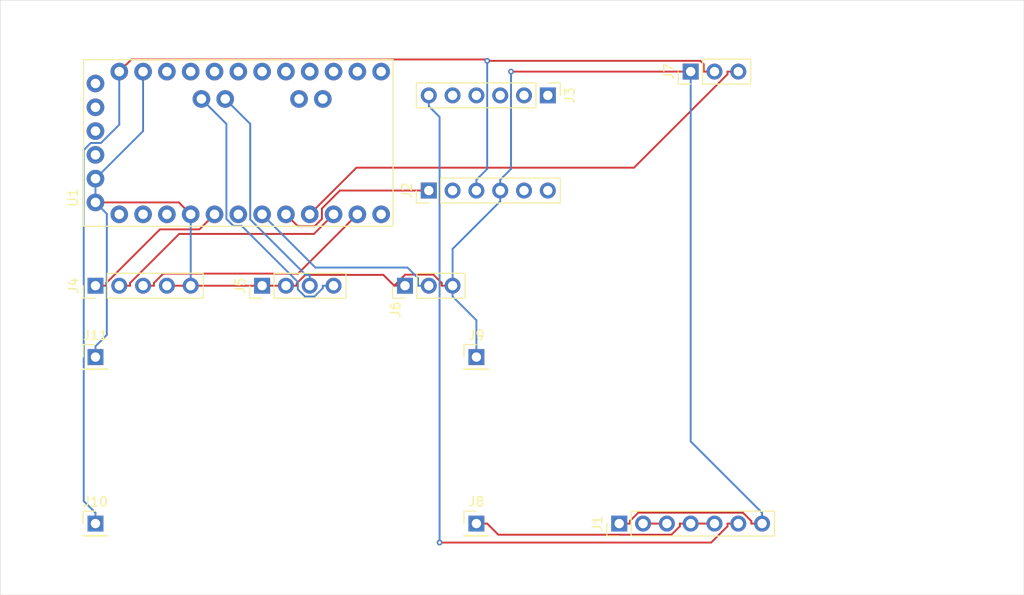
<source format=kicad_pcb>
(kicad_pcb (version 20240108) (generator "pcbnew") (generator_version "8.0")
  (layers (0 "F.Cu" signal) (31 "B.Cu" signal) (34 "B.Paste" user) (35 "F.Paste" user) (36 "B.SilkS" user "B.Silkscreen") (37 "F.SilkS" user "F.Silkscreen") (38 "B.Mask" user) (39 "F.Mask" user) (44 "Edge.Cuts" user))
  (net 0 "")
  (net 1 "Net-(J1-Pin_4)")
  (net 2 "Net-(J1-Pin_6)")
  (net 3 "Net-(J1-Pin_1)")
  (net 4 "Net-(J1-Pin_2)")
  (net 7 "Net-(J10-Pin_1)")
  (net 8 "Net-(J2-Pin_1)")
  (net 15 "Net-(J4-Pin_1)")
  (net 16 "Net-(J4-Pin_3)")
  (net 17 "Net-(J4-Pin_2)")
  (net 18 "Net-(J5-Pin_4)")
  (net 19 "Net-(J5-Pin_3)")
  (net 20 "Net-(J6-Pin_2)")
  (net 21 "Net-(J7-Pin_3)")
  (footprint "Connector_PinHeader_2.54mm:PinHeader_1x01_P2.54mm_Vertical" (layer "F.Cu") (at 76.2 58.42)
    (property "Reference" "J9" (at 0 -2.33 0) (layer "F.SilkS"))
    (property "Value" "DC-DC IN-")
    (fp_line (start -1.33 -1.33) (end 0 -1.33) (stroke (width 0.12)) (layer "F.SilkS"))
    (fp_line (start -1.33 0) (end -1.33 -1.33) (stroke (width 0.12)) (layer "F.SilkS"))
    (fp_line (start -1.33 1.27) (end -1.33 1.33) (stroke (width 0.12)) (layer "F.SilkS"))
    (fp_line (start -1.33 1.27) (end 1.33 1.27) (stroke (width 0.12)) (layer "F.SilkS"))
    (fp_line (start -1.33 1.33) (end 1.33 1.33) (stroke (width 0.12)) (layer "F.SilkS"))
    (fp_line (start 1.33 1.27) (end 1.33 1.33) (stroke (width 0.12)) (layer "F.SilkS"))
    (pad "1" thru_hole rect (at 0 0) (size 1.7 1.7) (drill 1) (layers "*.Cu" "*.Mask") (net 3 "Net-(J1-Pin_1)"))
  )
  (footprint "ARDUINO_PRO_MINI:MODULE_ARDUINO_PRO_MINI" (layer "F.Cu") (at 50.8 35.56 90)
    (property "Reference" "U1" (at -5.825 -17.635 90) (layer "F.SilkS"))
    (property "Value" "ARDUINO_PRO_MINI")
    (fp_line (start 8.89 -16.51) (end -8.89 -16.51) (stroke (width 0.127)) (layer "F.SilkS"))
    (fp_line (start -8.89 -16.51) (end -8.89 16.51) (stroke (width 0.127)) (layer "F.SilkS"))
    (fp_line (start 8.89 16.51) (end 8.89 -16.51) (stroke (width 0.127)) (layer "F.SilkS"))
    (fp_line (start -8.89 16.51) (end 8.89 16.51) (stroke (width 0.127)) (layer "F.SilkS"))
    (pad "JP1_1" thru_hole circle (at 6.35 -15.24 90) (size 1.8796 1.8796) (drill 1.016) (layers "*.Cu" "*.Mask"))
    (pad "JP1_2" thru_hole circle (at 3.81 -15.24 90) (size 1.8796 1.8796) (drill 1.016) (layers "*.Cu" "*.Mask"))
    (pad "JP1_3" thru_hole circle (at 1.27 -15.24 90) (size 1.8796 1.8796) (drill 1.016) (layers "*.Cu" "*.Mask"))
    (pad "JP1_4" thru_hole circle (at -1.27 -15.24 90) (size 1.8796 1.8796) (drill 1.016) (layers "*.Cu" "*.Mask"))
    (pad "JP1_5" thru_hole circle (at -3.81 -15.24 90) (size 1.8796 1.8796) (drill 1.016) (layers "*.Cu" "*.Mask") (net 3 "Net-(J1-Pin_1)"))
    (pad "JP1_6" thru_hole circle (at -6.35 -15.24 90) (size 1.8796 1.8796) (drill 1.016) (layers "*.Cu" "*.Mask") (net 3 "Net-(J1-Pin_1)"))
    (pad "JP2_1" thru_hole circle (at 4.699 -1.397 90) (size 1.8796 1.8796) (drill 1.016) (layers "*.Cu" "*.Mask") (net 19 "Net-(J5-Pin_3)"))
    (pad "JP2_2" thru_hole circle (at 4.699 -3.937 90) (size 1.8796 1.8796) (drill 1.016) (layers "*.Cu" "*.Mask") (net 18 "Net-(J5-Pin_4)"))
    (pad "JP3_1" thru_hole circle (at 4.699 9.017 90) (size 1.8796 1.8796) (drill 1.016) (layers "*.Cu" "*.Mask"))
    (pad "JP3_2" thru_hole circle (at 4.699 6.477 90) (size 1.8796 1.8796) (drill 1.016) (layers "*.Cu" "*.Mask"))
    (pad "JP6_1" thru_hole circle (at 7.62 -12.7 90) (size 1.8796 1.8796) (drill 1.016) (layers "*.Cu" "*.Mask") (net 7 "Net-(J10-Pin_1)"))
    (pad "JP6_2" thru_hole circle (at 7.62 -10.16 90) (size 1.8796 1.8796) (drill 1.016) (layers "*.Cu" "*.Mask") (net 3 "Net-(J1-Pin_1)"))
    (pad "JP6_3" thru_hole circle (at 7.62 -7.62 90) (size 1.8796 1.8796) (drill 1.016) (layers "*.Cu" "*.Mask"))
    (pad "JP6_4" thru_hole circle (at 7.62 -5.08 90) (size 1.8796 1.8796) (drill 1.016) (layers "*.Cu" "*.Mask"))
    (pad "JP6_5" thru_hole circle (at 7.62 -2.54 90) (size 1.8796 1.8796) (drill 1.016) (layers "*.Cu" "*.Mask"))
    (pad "JP6_6" thru_hole circle (at 7.62 0 90) (size 1.8796 1.8796) (drill 1.016) (layers "*.Cu" "*.Mask"))
    (pad "JP6_7" thru_hole circle (at 7.62 2.54 90) (size 1.8796 1.8796) (drill 1.016) (layers "*.Cu" "*.Mask"))
    (pad "JP6_8" thru_hole circle (at 7.62 5.08 90) (size 1.8796 1.8796) (drill 1.016) (layers "*.Cu" "*.Mask"))
    (pad "JP6_9" thru_hole circle (at 7.62 7.62 90) (size 1.8796 1.8796) (drill 1.016) (layers "*.Cu" "*.Mask"))
    (pad "JP6_10" thru_hole circle (at 7.62 10.16 90) (size 1.8796 1.8796) (drill 1.016) (layers "*.Cu" "*.Mask"))
    (pad "JP6_11" thru_hole circle (at 7.62 12.7 90) (size 1.8796 1.8796) (drill 1.016) (layers "*.Cu" "*.Mask"))
    (pad "JP6_12" thru_hole circle (at 7.62 15.24 90) (size 1.8796 1.8796) (drill 1.016) (layers "*.Cu" "*.Mask"))
    (pad "JP7_1" thru_hole circle (at -7.62 15.24 90) (size 1.8796 1.8796) (drill 1.016) (layers "*.Cu" "*.Mask"))
    (pad "JP7_2" thru_hole circle (at -7.62 12.7 90) (size 1.8796 1.8796) (drill 1.016) (layers "*.Cu" "*.Mask") (net 16 "Net-(J4-Pin_3)"))
    (pad "JP7_3" thru_hole circle (at -7.62 10.16 90) (size 1.8796 1.8796) (drill 1.016) (layers "*.Cu" "*.Mask") (net 17 "Net-(J4-Pin_2)"))
    (pad "JP7_4" thru_hole circle (at -7.62 7.62 90) (size 1.8796 1.8796) (drill 1.016) (layers "*.Cu" "*.Mask") (net 21 "Net-(J7-Pin_3)"))
    (pad "JP7_5" thru_hole circle (at -7.62 5.08 90) (size 1.8796 1.8796) (drill 1.016) (layers "*.Cu" "*.Mask") (net 8 "Net-(J2-Pin_1)"))
    (pad "JP7_6" thru_hole circle (at -7.62 2.54 90) (size 1.8796 1.8796) (drill 1.016) (layers "*.Cu" "*.Mask") (net 20 "Net-(J6-Pin_2)"))
    (pad "JP7_7" thru_hole circle (at -7.62 0 90) (size 1.8796 1.8796) (drill 1.016) (layers "*.Cu" "*.Mask"))
    (pad "JP7_8" thru_hole circle (at -7.62 -2.54 90) (size 1.8796 1.8796) (drill 1.016) (layers "*.Cu" "*.Mask") (net 15 "Net-(J4-Pin_1)"))
    (pad "JP7_9" thru_hole circle (at -7.62 -5.08 90) (size 1.8796 1.8796) (drill 1.016) (layers "*.Cu" "*.Mask") (net 3 "Net-(J1-Pin_1)"))
    (pad "JP7_10" thru_hole circle (at -7.62 -7.62 90) (size 1.8796 1.8796) (drill 1.016) (layers "*.Cu" "*.Mask"))
    (pad "JP7_11" thru_hole circle (at -7.62 -10.16 90) (size 1.8796 1.8796) (drill 1.016) (layers "*.Cu" "*.Mask"))
    (pad "JP7_12" thru_hole circle (at -7.62 -12.7 90) (size 1.8796 1.8796) (drill 1.016) (layers "*.Cu" "*.Mask"))
  )
  (footprint "Connector_PinHeader_2.54mm:PinHeader_1x06_P2.54mm_Vertical" (layer "F.Cu") (at 83.82 30.48 -90)
    (property "Reference" "J3" (at 0 -2.33 90) (layer "F.SilkS"))
    (property "Value" "TTL")
    (fp_line (start -1.33 14.03) (end 1.33 14.03) (stroke (width 0.12)) (layer "F.SilkS"))
    (fp_line (start -1.33 1.27) (end -1.33 14.03) (stroke (width 0.12)) (layer "F.SilkS"))
    (fp_line (start -1.33 1.27) (end 1.33 1.27) (stroke (width 0.12)) (layer "F.SilkS"))
    (fp_line (start 1.33 1.27) (end 1.33 14.03) (stroke (width 0.12)) (layer "F.SilkS"))
    (fp_line (start -1.33 0) (end -1.33 -1.33) (stroke (width 0.12)) (layer "F.SilkS"))
    (fp_line (start -1.33 -1.33) (end 0 -1.33) (stroke (width 0.12)) (layer "F.SilkS"))
    (pad "1" thru_hole rect (at 0 0 270) (size 1.7 1.7) (drill 1) (layers "*.Cu" "*.Mask"))
    (pad "2" thru_hole oval (at 0 2.54 270) (size 1.7 1.7) (drill 1) (layers "*.Cu" "*.Mask"))
    (pad "3" thru_hole oval (at 0 5.08 270) (size 1.7 1.7) (drill 1) (layers "*.Cu" "*.Mask"))
    (pad "4" thru_hole oval (at 0 7.62 270) (size 1.7 1.7) (drill 1) (layers "*.Cu" "*.Mask"))
    (pad "5" thru_hole oval (at 0 10.16 270) (size 1.7 1.7) (drill 1) (layers "*.Cu" "*.Mask"))
    (pad "6" thru_hole oval (at 0 12.7 270) (size 1.7 1.7) (drill 1) (layers "*.Cu" "*.Mask") (net 2 "Net-(J1-Pin_6)"))
  )
  (footprint "Connector_PinHeader_2.54mm:PinHeader_1x05_P2.54mm_Vertical" (layer "F.Cu") (at 35.56 50.8 90)
    (property "Reference" "J4" (at 0 -2.33 90) (layer "F.SilkS"))
    (property "Value" "Encoder")
    (fp_line (start -1.33 -1.33) (end 0 -1.33) (stroke (width 0.12)) (layer "F.SilkS"))
    (fp_line (start -1.33 0) (end -1.33 -1.33) (stroke (width 0.12)) (layer "F.SilkS"))
    (fp_line (start 1.33 1.27) (end 1.33 11.49) (stroke (width 0.12)) (layer "F.SilkS"))
    (fp_line (start -1.33 1.27) (end 1.33 1.27) (stroke (width 0.12)) (layer "F.SilkS"))
    (fp_line (start -1.33 1.27) (end -1.33 11.49) (stroke (width 0.12)) (layer "F.SilkS"))
    (fp_line (start -1.33 11.49) (end 1.33 11.49) (stroke (width 0.12)) (layer "F.SilkS"))
    (pad "1" thru_hole rect (at 0 0 90) (size 1.7 1.7) (drill 1) (layers "*.Cu" "*.Mask") (net 15 "Net-(J4-Pin_1)"))
    (pad "2" thru_hole oval (at 0 2.54 90) (size 1.7 1.7) (drill 1) (layers "*.Cu" "*.Mask") (net 17 "Net-(J4-Pin_2)"))
    (pad "3" thru_hole oval (at 0 5.08 90) (size 1.7 1.7) (drill 1) (layers "*.Cu" "*.Mask") (net 16 "Net-(J4-Pin_3)"))
    (pad "4" thru_hole oval (at 0 7.62 90) (size 1.7 1.7) (drill 1) (layers "*.Cu" "*.Mask") (net 3 "Net-(J1-Pin_1)"))
    (pad "5" thru_hole oval (at 0 10.16 90) (size 1.7 1.7) (drill 1) (layers "*.Cu" "*.Mask") (net 3 "Net-(J1-Pin_1)"))
  )
  (footprint "Connector_PinHeader_2.54mm:PinHeader_1x03_P2.54mm_Vertical" (layer "F.Cu") (at 68.58 50.8 90)
    (property "Reference" "J6" (at -2.54 -1 90) (layer "F.SilkS"))
    (property "Value" "DHT11")
    (fp_line (start -1.33 -1.33) (end 0 -1.33) (stroke (width 0.12)) (layer "F.SilkS"))
    (fp_line (start -1.33 0) (end -1.33 -1.33) (stroke (width 0.12)) (layer "F.SilkS"))
    (fp_line (start 1.33 1.27) (end 1.33 6.41) (stroke (width 0.12)) (layer "F.SilkS"))
    (fp_line (start -1.33 1.27) (end 1.33 1.27) (stroke (width 0.12)) (layer "F.SilkS"))
    (fp_line (start -1.33 1.27) (end -1.33 6.41) (stroke (width 0.12)) (layer "F.SilkS"))
    (fp_line (start -1.33 6.41) (end 1.33 6.41) (stroke (width 0.12)) (layer "F.SilkS"))
    (pad "1" thru_hole rect (at 0 0 90) (size 1.7 1.7) (drill 1) (layers "*.Cu" "*.Mask") (net 3 "Net-(J1-Pin_1)"))
    (pad "2" thru_hole oval (at 0 2.54 90) (size 1.7 1.7) (drill 1) (layers "*.Cu" "*.Mask") (net 20 "Net-(J6-Pin_2)"))
    (pad "3" thru_hole oval (at 0 5.08 90) (size 1.7 1.7) (drill 1) (layers "*.Cu" "*.Mask") (net 3 "Net-(J1-Pin_1)"))
  )
  (footprint "Connector_PinHeader_2.54mm:PinHeader_1x04_P2.54mm_Vertical" (layer "F.Cu") (at 53.34 50.8 90)
    (property "Reference" "J5" (at 0 -2.33 90) (layer "F.SilkS"))
    (property "Value" "Display")
    (fp_line (start -1.33 -1.33) (end 0 -1.33) (stroke (width 0.12)) (layer "F.SilkS"))
    (fp_line (start -1.33 0) (end -1.33 -1.33) (stroke (width 0.12)) (layer "F.SilkS"))
    (fp_line (start 1.33 1.27) (end 1.33 8.95) (stroke (width 0.12)) (layer "F.SilkS"))
    (fp_line (start -1.33 1.27) (end 1.33 1.27) (stroke (width 0.12)) (layer "F.SilkS"))
    (fp_line (start -1.33 1.27) (end -1.33 8.95) (stroke (width 0.12)) (layer "F.SilkS"))
    (fp_line (start -1.33 8.95) (end 1.33 8.95) (stroke (width 0.12)) (layer "F.SilkS"))
    (pad "1" thru_hole rect (at 0 0 90) (size 1.7 1.7) (drill 1) (layers "*.Cu" "*.Mask") (net 3 "Net-(J1-Pin_1)"))
    (pad "2" thru_hole oval (at 0 2.54 90) (size 1.7 1.7) (drill 1) (layers "*.Cu" "*.Mask") (net 3 "Net-(J1-Pin_1)"))
    (pad "3" thru_hole oval (at 0 5.08 90) (size 1.7 1.7) (drill 1) (layers "*.Cu" "*.Mask") (net 19 "Net-(J5-Pin_3)"))
    (pad "4" thru_hole oval (at 0 7.62 90) (size 1.7 1.7) (drill 1) (layers "*.Cu" "*.Mask") (net 18 "Net-(J5-Pin_4)"))
  )
  (footprint "Connector_PinHeader_2.54mm:PinHeader_1x01_P2.54mm_Vertical" (layer "F.Cu") (at 35.56 58.42)
    (property "Reference" "J11" (at 0 -2.33 0) (layer "F.SilkS"))
    (property "Value" "DC-DC OUT-")
    (fp_line (start -1.33 -1.33) (end 0 -1.33) (stroke (width 0.12)) (layer "F.SilkS"))
    (fp_line (start -1.33 0) (end -1.33 -1.33) (stroke (width 0.12)) (layer "F.SilkS"))
    (fp_line (start -1.33 1.27) (end -1.33 1.33) (stroke (width 0.12)) (layer "F.SilkS"))
    (fp_line (start -1.33 1.27) (end 1.33 1.27) (stroke (width 0.12)) (layer "F.SilkS"))
    (fp_line (start -1.33 1.33) (end 1.33 1.33) (stroke (width 0.12)) (layer "F.SilkS"))
    (fp_line (start 1.33 1.27) (end 1.33 1.33) (stroke (width 0.12)) (layer "F.SilkS"))
    (pad "1" thru_hole rect (at 0 0) (size 1.7 1.7) (drill 1) (layers "*.Cu" "*.Mask") (net 3 "Net-(J1-Pin_1)"))
  )
  (footprint "Connector_PinHeader_2.54mm:PinHeader_1x07_P2.54mm_Vertical" (layer "F.Cu") (at 91.44 76.2 90)
    (property "Reference" "J1" (at 0 -2.33 90) (layer "F.SilkS"))
    (property "Value" "Anschluss")
    (fp_line (start -1.33 -1.33) (end 0 -1.33) (stroke (width 0.12)) (layer "F.SilkS"))
    (fp_line (start -1.33 0) (end -1.33 -1.33) (stroke (width 0.12)) (layer "F.SilkS"))
    (fp_line (start 1.33 1.27) (end 1.33 16.57) (stroke (width 0.12)) (layer "F.SilkS"))
    (fp_line (start -1.33 1.27) (end 1.33 1.27) (stroke (width 0.12)) (layer "F.SilkS"))
    (fp_line (start -1.33 1.27) (end -1.33 16.57) (stroke (width 0.12)) (layer "F.SilkS"))
    (fp_line (start -1.33 16.57) (end 1.33 16.57) (stroke (width 0.12)) (layer "F.SilkS"))
    (pad "1" thru_hole rect (at 0 0 90) (size 1.7 1.7) (drill 1) (layers "*.Cu" "*.Mask") (net 3 "Net-(J1-Pin_1)"))
    (pad "2" thru_hole oval (at 0 2.54 90) (size 1.7 1.7) (drill 1) (layers "*.Cu" "*.Mask") (net 4 "Net-(J1-Pin_2)"))
    (pad "3" thru_hole oval (at 0 5.08 90) (size 1.7 1.7) (drill 1) (layers "*.Cu" "*.Mask") (net 4 "Net-(J1-Pin_2)"))
    (pad "4" thru_hole oval (at 0 7.62 90) (size 1.7 1.7) (drill 1) (layers "*.Cu" "*.Mask") (net 1 "Net-(J1-Pin_4)"))
    (pad "5" thru_hole oval (at 0 10.16 90) (size 1.7 1.7) (drill 1) (layers "*.Cu" "*.Mask") (net 1 "Net-(J1-Pin_4)"))
    (pad "6" thru_hole oval (at 0 12.7 90) (size 1.7 1.7) (drill 1) (layers "*.Cu" "*.Mask") (net 2 "Net-(J1-Pin_6)"))
    (pad "7" thru_hole oval (at 0 15.24 90) (size 1.7 1.7) (drill 1) (layers "*.Cu" "*.Mask") (net 3 "Net-(J1-Pin_1)"))
  )
  (footprint "Connector_PinHeader_2.54mm:PinHeader_1x06_P2.54mm_Vertical" (layer "F.Cu") (at 71.12 40.64 90)
    (property "Reference" "J2" (at 0 -2.33 90) (layer "F.SilkS"))
    (property "Value" "TTL")
    (fp_line (start -1.33 -1.33) (end 0 -1.33) (stroke (width 0.12)) (layer "F.SilkS"))
    (fp_line (start -1.33 0) (end -1.33 -1.33) (stroke (width 0.12)) (layer "F.SilkS"))
    (fp_line (start 1.33 1.27) (end 1.33 14.03) (stroke (width 0.12)) (layer "F.SilkS"))
    (fp_line (start -1.33 1.27) (end 1.33 1.27) (stroke (width 0.12)) (layer "F.SilkS"))
    (fp_line (start -1.33 1.27) (end -1.33 14.03) (stroke (width 0.12)) (layer "F.SilkS"))
    (fp_line (start -1.33 14.03) (end 1.33 14.03) (stroke (width 0.12)) (layer "F.SilkS"))
    (pad "1" thru_hole rect (at 0 0 90) (size 1.7 1.7) (drill 1) (layers "*.Cu" "*.Mask") (net 8 "Net-(J2-Pin_1)"))
    (pad "2" thru_hole oval (at 0 2.54 90) (size 1.7 1.7) (drill 1) (layers "*.Cu" "*.Mask"))
    (pad "3" thru_hole oval (at 0 5.08 90) (size 1.7 1.7) (drill 1) (layers "*.Cu" "*.Mask") (net 7 "Net-(J10-Pin_1)"))
    (pad "4" thru_hole oval (at 0 7.62 90) (size 1.7 1.7) (drill 1) (layers "*.Cu" "*.Mask") (net 3 "Net-(J1-Pin_1)"))
    (pad "5" thru_hole oval (at 0 10.16 90) (size 1.7 1.7) (drill 1) (layers "*.Cu" "*.Mask"))
    (pad "6" thru_hole oval (at 0 12.7 90) (size 1.7 1.7) (drill 1) (layers "*.Cu" "*.Mask"))
  )
  (footprint "Connector_PinHeader_2.54mm:PinHeader_1x01_P2.54mm_Vertical" (layer "F.Cu") (at 35.56 76.2)
    (property "Reference" "J10" (at 0 -2.33 0) (layer "F.SilkS"))
    (property "Value" "DC-DC OUT+")
    (fp_line (start -1.33 -1.33) (end 0 -1.33) (stroke (width 0.12)) (layer "F.SilkS"))
    (fp_line (start -1.33 0) (end -1.33 -1.33) (stroke (width 0.12)) (layer "F.SilkS"))
    (fp_line (start -1.33 1.27) (end -1.33 1.33) (stroke (width 0.12)) (layer "F.SilkS"))
    (fp_line (start -1.33 1.27) (end 1.33 1.27) (stroke (width 0.12)) (layer "F.SilkS"))
    (fp_line (start -1.33 1.33) (end 1.33 1.33) (stroke (width 0.12)) (layer "F.SilkS"))
    (fp_line (start 1.33 1.27) (end 1.33 1.33) (stroke (width 0.12)) (layer "F.SilkS"))
    (pad "1" thru_hole rect (at 0 0) (size 1.7 1.7) (drill 1) (layers "*.Cu" "*.Mask") (net 7 "Net-(J10-Pin_1)"))
  )
  (footprint "Connector_PinHeader_2.54mm:PinHeader_1x01_P2.54mm_Vertical" (layer "F.Cu") (at 76.2 76.2)
    (property "Reference" "J8" (at 0 -2.33 0) (layer "F.SilkS"))
    (property "Value" "DC-DC IN+")
    (fp_line (start -1.33 -1.33) (end 0 -1.33) (stroke (width 0.12)) (layer "F.SilkS"))
    (fp_line (start -1.33 0) (end -1.33 -1.33) (stroke (width 0.12)) (layer "F.SilkS"))
    (fp_line (start -1.33 1.27) (end -1.33 1.33) (stroke (width 0.12)) (layer "F.SilkS"))
    (fp_line (start -1.33 1.27) (end 1.33 1.27) (stroke (width 0.12)) (layer "F.SilkS"))
    (fp_line (start -1.33 1.33) (end 1.33 1.33) (stroke (width 0.12)) (layer "F.SilkS"))
    (fp_line (start 1.33 1.27) (end 1.33 1.33) (stroke (width 0.12)) (layer "F.SilkS"))
    (pad "1" thru_hole rect (at 0 0) (size 1.7 1.7) (drill 1) (layers "*.Cu" "*.Mask") (net 1 "Net-(J1-Pin_4)"))
  )
  (footprint "Connector_PinHeader_2.54mm:PinHeader_1x03_P2.54mm_Vertical" (layer "F.Cu") (at 99.06 27.94 90)
    (property "Reference" "J7" (at 0 -2.33 90) (layer "F.SilkS"))
    (property "Value" "Relais")
    (fp_line (start -1.33 -1.33) (end 0 -1.33) (stroke (width 0.12)) (layer "F.SilkS"))
    (fp_line (start -1.33 0) (end -1.33 -1.33) (stroke (width 0.12)) (layer "F.SilkS"))
    (fp_line (start 1.33 1.27) (end 1.33 6.41) (stroke (width 0.12)) (layer "F.SilkS"))
    (fp_line (start -1.33 1.27) (end 1.33 1.27) (stroke (width 0.12)) (layer "F.SilkS"))
    (fp_line (start -1.33 1.27) (end -1.33 6.41) (stroke (width 0.12)) (layer "F.SilkS"))
    (fp_line (start -1.33 6.41) (end 1.33 6.41) (stroke (width 0.12)) (layer "F.SilkS"))
    (pad "1" thru_hole rect (at 0 0 90) (size 1.7 1.7) (drill 1) (layers "*.Cu" "*.Mask") (net 3 "Net-(J1-Pin_1)"))
    (pad "2" thru_hole oval (at 0 2.54 90) (size 1.7 1.7) (drill 1) (layers "*.Cu" "*.Mask") (net 7 "Net-(J10-Pin_1)"))
    (pad "3" thru_hole oval (at 0 5.08 90) (size 1.7 1.7) (drill 1) (layers "*.Cu" "*.Mask") (net 21 "Net-(J7-Pin_3)"))
  )
  (gr_rect (start 25.4 20.32) (end 134.62 83.82) (stroke (width 0.05)) (fill none) (layer "Edge.Cuts"))
  (segment (start 101.6 76.2) (end 99.06 76.2) (width 0.2) (layer "F.Cu") (net 1))
  (segment (start 97.9083 76.2) (end 97.9083 76.4879) (width 0.2) (layer "F.Cu") (net 1))
  (segment (start 97.9083 76.4879) (end 97.0071 77.3891) (width 0.2) (layer "F.Cu") (net 1))
  (segment (start 78.5408 77.3891) (end 77.3517 76.2) (width 0.2) (layer "F.Cu") (net 1))
  (segment (start 76.2 76.2) (end 77.3517 76.2) (width 0.2) (layer "F.Cu") (net 1))
  (segment (start 97.0071 77.3891) (end 78.5408 77.3891) (width 0.2) (layer "F.Cu") (net 1))
  (segment (start 99.06 76.2) (end 97.9083 76.2) (width 0.2) (layer "F.Cu") (net 1))
  (segment (start 101.2526 78.2236) (end 72.2717 78.2236) (width 0.2) (layer "F.Cu") (net 2))
  (segment (start 102.9883 76.2) (end 102.9883 76.4879) (width 0.2) (layer "F.Cu") (net 2))
  (segment (start 102.9883 76.4879) (end 101.2526 78.2236) (width 0.2) (layer "F.Cu") (net 2))
  (segment (start 104.14 76.2) (end 102.9883 76.2) (width 0.2) (layer "F.Cu") (net 2))
  (via (at 72.2717 78.2236) (size 0.6) (drill 0.3) (layers "F.Cu" "B.Cu") (net 2))
  (segment (start 72.2717 32.7834) (end 72.2717 78.2236) (width 0.2) (layer "B.Cu") (net 2))
  (segment (start 71.12 31.6317) (end 72.2717 32.7834) (width 0.2) (layer "B.Cu") (net 2))
  (segment (start 71.12 30.48) (end 71.12 31.6317) (width 0.2) (layer "B.Cu") (net 2))
  (segment (start 57.0317 50.5503) (end 57.9337 49.6483) (width 0.2) (layer "F.Cu") (net 3))
  (segment (start 57.0317 50.8) (end 57.0317 50.5503) (width 0.2) (layer "F.Cu") (net 3))
  (segment (start 45.72 43.18) (end 44.45 41.91) (width 0.2) (layer "F.Cu") (net 3))
  (segment (start 92.5917 75.9121) (end 93.4691 75.0347) (width 0.2) (layer "F.Cu") (net 3))
  (segment (start 66.2766 49.6483) (end 67.4283 50.8) (width 0.2) (layer "F.Cu") (net 3))
  (segment (start 93.4691 75.0347) (end 104.6315 75.0347) (width 0.2) (layer "F.Cu") (net 3))
  (segment (start 45.72 50.8) (end 43.18 50.8) (width 0.2) (layer "F.Cu") (net 3))
  (segment (start 57.9337 49.6483) (end 66.2766 49.6483) (width 0.2) (layer "F.Cu") (net 3))
  (segment (start 53.34 50.8) (end 45.72 50.8) (width 0.2) (layer "F.Cu") (net 3))
  (segment (start 68.6104 49.6179) (end 67.4283 50.8) (width 0.2) (layer "F.Cu") (net 3))
  (segment (start 55.88 50.8) (end 57.0317 50.8) (width 0.2) (layer "F.Cu") (net 3))
  (segment (start 92.5917 76.2) (end 92.5917 75.9121) (width 0.2) (layer "F.Cu") (net 3))
  (segment (start 105.5283 75.9315) (end 105.5283 76.2) (width 0.2) (layer "F.Cu") (net 3))
  (segment (start 104.6315 75.0347) (end 105.5283 75.9315) (width 0.2) (layer "F.Cu") (net 3))
  (segment (start 71.6141 49.6179) (end 68.6104 49.6179) (width 0.2) (layer "F.Cu") (net 3))
  (segment (start 91.44 76.2) (end 92.5917 76.2) (width 0.2) (layer "F.Cu") (net 3))
  (segment (start 106.68 76.2) (end 105.5283 76.2) (width 0.2) (layer "F.Cu") (net 3))
  (segment (start 55.88 50.8) (end 53.34 50.8) (width 0.2) (layer "F.Cu") (net 3))
  (segment (start 44.45 41.91) (end 35.56 41.91) (width 0.2) (layer "F.Cu") (net 3))
  (segment (start 68.58 50.8) (end 67.4283 50.8) (width 0.2) (layer "F.Cu") (net 3))
  (segment (start 72.5083 50.5121) (end 71.6141 49.6179) (width 0.2) (layer "F.Cu") (net 3))
  (segment (start 99.06 27.94) (end 79.8917 27.94) (width 0.2) (layer "F.Cu") (net 3))
  (segment (start 72.5083 50.8) (end 72.5083 50.5121) (width 0.2) (layer "F.Cu") (net 3))
  (segment (start 73.66 50.8) (end 72.5083 50.8) (width 0.2) (layer "F.Cu") (net 3))
  (via (at 79.8917 27.94) (size 0.6) (drill 0.3) (layers "F.Cu" "B.Cu") (net 3))
  (segment (start 73.66 46.8717) (end 73.66 50.8) (width 0.2) (layer "B.Cu") (net 3))
  (segment (start 35.56 58.42) (end 35.56 57.2683) (width 0.2) (layer "B.Cu") (net 3))
  (segment (start 36.7701 43.1201) (end 35.56 41.91) (width 0.2) (layer "B.Cu") (net 3))
  (segment (start 73.66 51.9517) (end 76.2 54.4917) (width 0.2) (layer "B.Cu") (net 3))
  (segment (start 40.64 27.94) (end 40.64 34.29) (width 0.2) (layer "B.Cu") (net 3))
  (segment (start 99.06 27.94) (end 99.06 67.4283) (width 0.2) (layer "B.Cu") (net 3))
  (segment (start 76.2 54.4917) (end 76.2 58.42) (width 0.2) (layer "B.Cu") (net 3))
  (segment (start 45.72 50.8) (end 45.72 43.18) (width 0.2) (layer "B.Cu") (net 3))
  (segment (start 78.74 40.64) (end 78.74 39.4883) (width 0.2) (layer "B.Cu") (net 3))
  (segment (start 79.8917 38.3366) (end 79.8917 27.94) (width 0.2) (layer "B.Cu") (net 3))
  (segment (start 78.74 41.7917) (end 73.66 46.8717) (width 0.2) (layer "B.Cu") (net 3))
  (segment (start 40.64 34.29) (end 35.56 39.37) (width 0.2) (layer "B.Cu") (net 3))
  (segment (start 35.56 57.2683) (end 36.7701 56.0582) (width 0.2) (layer "B.Cu") (net 3))
  (segment (start 78.74 39.4883) (end 79.8917 38.3366) (width 0.2) (layer "B.Cu") (net 3))
  (segment (start 99.06 67.4283) (end 106.68 75.0483) (width 0.2) (layer "B.Cu") (net 3))
  (segment (start 36.7701 56.0582) (end 36.7701 43.1201) (width 0.2) (layer "B.Cu") (net 3))
  (segment (start 106.68 76.2) (end 106.68 75.0483) (width 0.2) (layer "B.Cu") (net 3))
  (segment (start 73.66 50.8) (end 73.66 51.9517) (width 0.2) (layer "B.Cu") (net 3))
  (segment (start 35.56 41.91) (end 35.56 39.37) (width 0.2) (layer "B.Cu") (net 3))
  (segment (start 78.74 40.64) (end 78.74 41.7917) (width 0.2) (layer "B.Cu") (net 3))
  (segment (start 96.52 76.2) (end 93.98 76.2) (width 0.2) (layer "F.Cu") (net 4))
  (segment (start 100.4483 27.94) (end 100.4483 27.1482) (width 0.2) (layer "F.Cu") (net 7))
  (segment (start 100.4483 27.1482) (end 100.0884 26.7883) (width 0.2) (layer "F.Cu") (net 7))
  (segment (start 101.6 27.94) (end 100.4483 27.94) (width 0.2) (layer "F.Cu") (net 7))
  (segment (start 39.3953 26.6447) (end 77.2081 26.6447) (width 0.2) (layer "F.Cu") (net 7))
  (segment (start 38.1 27.94) (end 39.3953 26.6447) (width 0.2) (layer "F.Cu") (net 7))
  (segment (start 77.2081 26.6447) (end 77.3517 26.7883) (width 0.2) (layer "F.Cu") (net 7))
  (segment (start 100.0884 26.7883) (end 77.3517 26.7883) (width 0.2) (layer "F.Cu") (net 7))
  (via (at 77.3517 26.7883) (size 0.6) (drill 0.3) (layers "F.Cu" "B.Cu") (net 7))
  (segment (start 36.1487 35.56) (end 38.1 33.6087) (width 0.2) (layer "B.Cu") (net 7))
  (segment (start 35.0632 35.56) (end 36.1487 35.56) (width 0.2) (layer "B.Cu") (net 7))
  (segment (start 35.56 76.2) (end 35.56 75.0483) (width 0.2) (layer "B.Cu") (net 7))
  (segment (start 77.3517 38.3366) (end 77.3517 26.7883) (width 0.2) (layer "B.Cu") (net 7))
  (segment (start 34.3071 36.3161) (end 35.0632 35.56) (width 0.2) (layer "B.Cu") (net 7))
  (segment (start 38.1 33.6087) (end 38.1 27.94) (width 0.2) (layer "B.Cu") (net 7))
  (segment (start 76.2 39.4883) (end 77.3517 38.3366) (width 0.2) (layer "B.Cu") (net 7))
  (segment (start 35.56 75.0483) (end 34.3071 73.7954) (width 0.2) (layer "B.Cu") (net 7))
  (segment (start 76.2 40.64) (end 76.2 39.4883) (width 0.2) (layer "B.Cu") (net 7))
  (segment (start 34.3071 73.7954) (end 34.3071 36.3161) (width 0.2) (layer "B.Cu") (net 7))
  (segment (start 59.7185 43.6711) (end 59.7185 42.5577) (width 0.2) (layer "F.Cu") (net 8))
  (segment (start 61.6362 40.64) (end 71.12 40.64) (width 0.2) (layer "F.Cu") (net 8))
  (segment (start 58.9567 44.4329) (end 59.7185 43.6711) (width 0.2) (layer "F.Cu") (net 8))
  (segment (start 57.1329 44.4329) (end 58.9567 44.4329) (width 0.2) (layer "F.Cu") (net 8))
  (segment (start 55.88 43.18) (end 57.1329 44.4329) (width 0.2) (layer "F.Cu") (net 8))
  (segment (start 59.7185 42.5577) (end 61.6362 40.64) (width 0.2) (layer "F.Cu") (net 8))
  (segment (start 36.7117 50.5121) (end 42.4354 44.7884) (width 0.2) (layer "F.Cu") (net 15))
  (segment (start 42.4354 44.7884) (end 46.6516 44.7884) (width 0.2) (layer "F.Cu") (net 15))
  (segment (start 35.56 50.8) (end 36.7117 50.8) (width 0.2) (layer "F.Cu") (net 15))
  (segment (start 36.7117 50.8) (end 36.7117 50.5121) (width 0.2) (layer "F.Cu") (net 15))
  (segment (start 46.6516 44.7884) (end 48.26 43.18) (width 0.2) (layer "F.Cu") (net 15))
  (segment (start 40.64 50.8) (end 41.7917 50.8) (width 0.2) (layer "F.Cu") (net 16))
  (segment (start 42.7935 49.5101) (end 41.7917 50.5119) (width 0.2) (layer "F.Cu") (net 16))
  (segment (start 57.1699 49.5101) (end 42.7935 49.5101) (width 0.2) (layer "F.Cu") (net 16))
  (segment (start 63.5 43.18) (end 57.1699 49.5101) (width 0.2) (layer "F.Cu") (net 16))
  (segment (start 41.7917 50.5119) (end 41.7917 50.8) (width 0.2) (layer "F.Cu") (net 16))
  (segment (start 38.1 50.8) (end 39.2517 50.8) (width 0.2) (layer "F.Cu") (net 17))
  (segment (start 39.2517 50.8) (end 39.2517 50.5121) (width 0.2) (layer "F.Cu") (net 17))
  (segment (start 39.2517 50.5121) (end 44.4898 45.274) (width 0.2) (layer "F.Cu") (net 17))
  (segment (start 44.4898 45.274) (end 58.866 45.274) (width 0.2) (layer "F.Cu") (net 17))
  (segment (start 58.866 45.274) (end 60.96 43.18) (width 0.2) (layer "F.Cu") (net 17))
  (segment (start 57.15 51.1926) (end 57.9122 51.9548) (width 0.2) (layer "B.Cu") (net 18))
  (segment (start 59.8083 51.0685) (end 59.8083 50.8) (width 0.2) (layer "B.Cu") (net 18))
  (segment (start 46.863 30.861) (end 49.53 33.528) (width 0.2) (layer "B.Cu") (net 18))
  (segment (start 57.9122 51.9548) (end 58.922 51.9548) (width 0.2) (layer "B.Cu") (net 18))
  (segment (start 58.922 51.9548) (end 59.8083 51.0685) (width 0.2) (layer "B.Cu") (net 18))
  (segment (start 51.1656 44.4215) (end 57.15 50.4059) (width 0.2) (layer "B.Cu") (net 18))
  (segment (start 50.2746 44.4215) (end 51.1656 44.4215) (width 0.2) (layer "B.Cu") (net 18))
  (segment (start 49.53 33.528) (end 49.53 43.6769) (width 0.2) (layer "B.Cu") (net 18))
  (segment (start 60.96 50.8) (end 59.8083 50.8) (width 0.2) (layer "B.Cu") (net 18))
  (segment (start 49.53 43.6769) (end 50.2746 44.4215) (width 0.2) (layer "B.Cu") (net 18))
  (segment (start 57.15 50.4059) (end 57.15 51.1926) (width 0.2) (layer "B.Cu") (net 18))
  (segment (start 58.42 49.6483) (end 57.9881 49.6483) (width 0.2) (layer "B.Cu") (net 19))
  (segment (start 52.0701 43.7303) (end 52.0701 33.5281) (width 0.2) (layer "B.Cu") (net 19))
  (segment (start 57.9881 49.6483) (end 52.0701 43.7303) (width 0.2) (layer "B.Cu") (net 19))
  (segment (start 52.0701 33.5281) (end 49.403 30.861) (width 0.2) (layer "B.Cu") (net 19))
  (segment (start 58.42 50.8) (end 58.42 49.6483) (width 0.2) (layer "B.Cu") (net 19))
  (segment (start 68.8462 48.8634) (end 69.9683 49.9855) (width 0.2) (layer "B.Cu") (net 20))
  (segment (start 53.34 43.18) (end 59.0234 48.8634) (width 0.2) (layer "B.Cu") (net 20))
  (segment (start 71.12 50.8) (end 69.9683 50.8) (width 0.2) (layer "B.Cu") (net 20))
  (segment (start 59.0234 48.8634) (end 68.8462 48.8634) (width 0.2) (layer "B.Cu") (net 20))
  (segment (start 69.9683 49.9855) (end 69.9683 50.8) (width 0.2) (layer "B.Cu") (net 20))
  (segment (start 93.0181 38.1981) (end 63.4019 38.1981) (width 0.2) (layer "F.Cu") (net 21))
  (segment (start 63.4019 38.1981) (end 58.42 43.18) (width 0.2) (layer "F.Cu") (net 21))
  (segment (start 102.9883 27.94) (end 102.9883 28.2279) (width 0.2) (layer "F.Cu") (net 21))
  (segment (start 104.14 27.94) (end 102.9883 27.94) (width 0.2) (layer "F.Cu") (net 21))
  (segment (start 102.9883 28.2279) (end 93.0181 38.1981) (width 0.2) (layer "F.Cu") (net 21))
)
</source>
